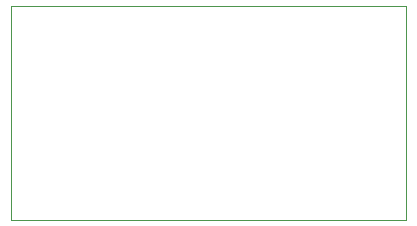
<source format=gbr>
%TF.GenerationSoftware,KiCad,Pcbnew,7.0.9*%
%TF.CreationDate,2023-12-31T12:54:37+01:00*%
%TF.ProjectId,esp32promicro,65737033-3270-4726-9f6d-6963726f2e6b,rev?*%
%TF.SameCoordinates,Original*%
%TF.FileFunction,Profile,NP*%
%FSLAX46Y46*%
G04 Gerber Fmt 4.6, Leading zero omitted, Abs format (unit mm)*
G04 Created by KiCad (PCBNEW 7.0.9) date 2023-12-31 12:54:37*
%MOMM*%
%LPD*%
G01*
G04 APERTURE LIST*
%TA.AperFunction,Profile*%
%ADD10C,0.100000*%
%TD*%
G04 APERTURE END LIST*
D10*
X99060000Y-54000400D02*
X132562600Y-54000400D01*
X132562600Y-72161400D01*
X99060000Y-72161400D01*
X99060000Y-54000400D01*
M02*

</source>
